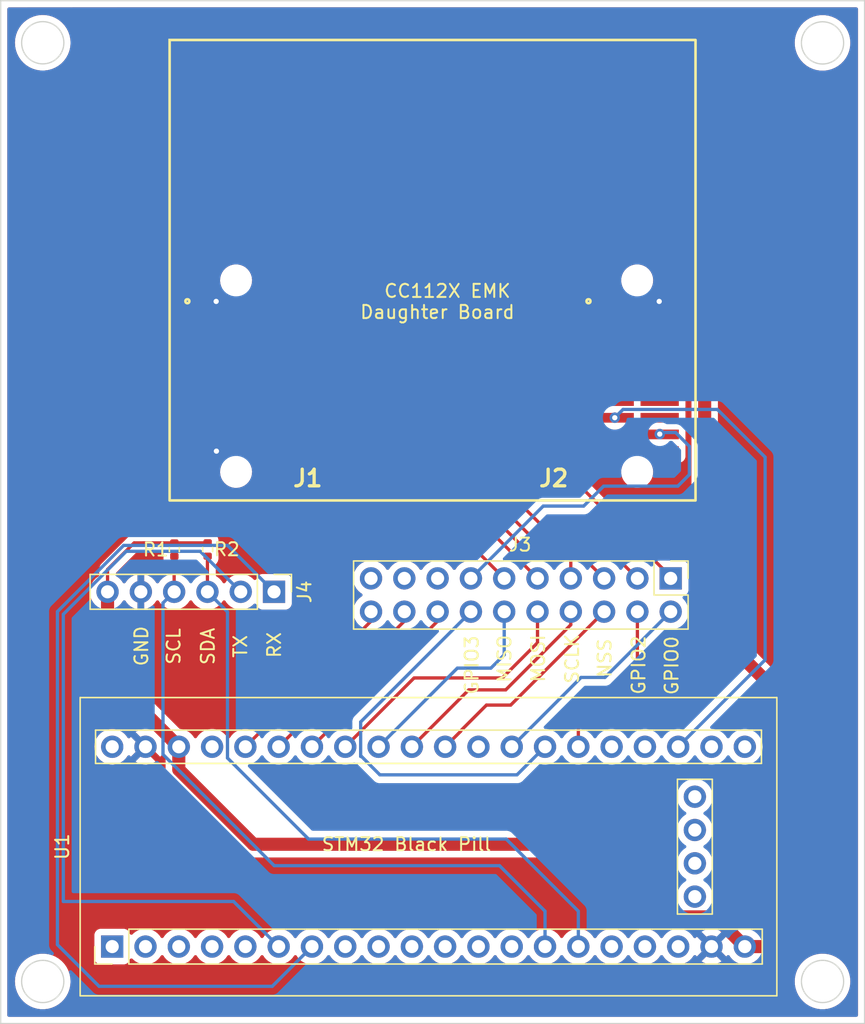
<source format=kicad_pcb>
(kicad_pcb (version 20211014) (generator pcbnew)
  (title_block (comment 4 "PCBWay Project ID: f1499953-9056-4071-9fa2-caf1704b4470"))
  (layers (0 "F.Cu" signal) (31 "B.Cu" signal) (34 "B.Paste" user) (35 "F.Paste" user) (36 "B.SilkS" user "B.Silkscreen") (37 "F.SilkS" user "F.Silkscreen") (38 "B.Mask" user) (39 "F.Mask" user) (44 "Edge.Cuts" user))
  (net 0 "")
  (net 1 "GND")
  (net 10 "GPIO0")
  (net 12 "GPIO2")
  (net 14 "NSS")
  (net 16 "SCLK")
  (net 18 "MOSI")
  (net 19 "MISO")
  (net 21 "NRST")
  (net 28 "GPIO3")
  (net 51 "MCU_VCC")
  (net 60 "Net-(J1-Pad10)")
  (net 61 "Net-(J1-Pad12)")
  (net 62 "Net-(J1-Pad14)")
  (net 63 "Net-(J1-Pad16)")
  (net 64 "Net-(J1-Pad18)")
  (net 65 "Net-(J1-Pad20)")
  (net 66 "Net-(J2-Pad18)")
  (net 72 "GPIO_OUT_1")
  (net 73 "GPIO_OUT_2")
  (net 74 "GPIO_OUT_3")
  (net 76 "RX")
  (net 77 "TX")
  (net 78 "SDA")
  (net 79 "SCL")
  (footprint "Kicad-STM32:YAAJ_WeAct_BlackPill_SWD_2" (layer "F.Cu") (at 90.58 135.06 90)
    (fp_text reference "U1" (at 7.62 -3.81 90) (layer "F.SilkS"))
    (fp_text value "YAAJ_WeAct_BlackPill_Part_Like_SWD_Breakout" hide)
    (fp_line (start 18.995 -2.445) (end 18.995 50.705) (layer "F.SilkS") (width 0.12))
    (fp_line (start 16.51 -1.27) (end 16.51 49.53) (layer "F.SilkS") (width 0.12))
    (fp_line (start -1.33 -1.33) (end 0 -1.33) (layer "F.SilkS") (width 0.12))
    (fp_line (start 1.33 49.59) (end -1.33 49.59) (layer "F.SilkS") (width 0.12))
    (fp_line (start 13.97 -1.27) (end 16.51 -1.27) (layer "F.SilkS") (width 0.12))
    (fp_line (start 2.482 45.779) (end 12.762 45.779) (layer "F.SilkS") (width 0.12))
    (fp_line (start 18.995 50.705) (end -3.755 50.705) (layer "F.SilkS") (width 0.12))
    (fp_line (start 13.97 49.53) (end 13.97 -1.27) (layer "F.SilkS") (width 0.12))
    (fp_line (start -3.755 50.705) (end -3.755 -2.445) (layer "F.SilkS") (width 0.12))
    (fp_line (start -1.33 1.27) (end 1.33 1.27) (layer "F.SilkS") (width 0.12))
    (fp_line (start 12.762 43.119) (end 2.482 43.119) (layer "F.SilkS") (width 0.12))
    (fp_line (start -1.33 49.59) (end -1.33 1.27) (layer "F.SilkS") (width 0.12))
    (fp_line (start -1.33 0) (end -1.33 -1.33) (layer "F.SilkS") (width 0.12))
    (fp_line (start 16.51 49.53) (end 13.97 49.53) (layer "F.SilkS") (width 0.12))
    (fp_line (start 12.762 45.779) (end 12.762 43.119) (layer "F.SilkS") (width 0.12))
    (fp_line (start 1.33 1.27) (end 1.33 49.59) (layer "F.SilkS") (width 0.12))
    (fp_line (start 2.482 43.119) (end 2.482 45.779) (layer "F.SilkS") (width 0.12))
    (fp_line (start -3.755 -2.445) (end 18.995 -2.445) (layer "F.SilkS") (width 0.12))
    (pad "1" thru_hole rect locked (at 0 0 90) (size 1.7 1.7) (drill 1) (layers *.Cu *.Mask))
    (pad "2" thru_hole circle locked (at 0 2.54 90) (size 1.7 1.7) (drill 1) (layers *.Cu *.Mask))
    (pad "3" thru_hole circle locked (at 0 5.08 90) (size 1.7 1.7) (drill 1) (layers *.Cu *.Mask))
    (pad "4" thru_hole circle locked (at 0 7.62 90) (size 1.7 1.7) (drill 1) (layers *.Cu *.Mask))
    (pad "5" thru_hole circle locked (at 0 10.16 90) (size 1.7 1.7) (drill 1) (layers *.Cu *.Mask))
    (pad "6" thru_hole circle locked (at 0 12.7 90) (size 1.7 1.7) (drill 1) (layers *.Cu *.Mask) (net 77 "TX"))
    (pad "7" thru_hole circle locked (at 0 15.24 90) (size 1.7 1.7) (drill 1) (layers *.Cu *.Mask) (net 76 "RX"))
    (pad "8" thru_hole circle locked (at 0 17.78 90) (size 1.7 1.7) (drill 1) (layers *.Cu *.Mask))
    (pad "9" thru_hole circle locked (at 0 20.32 90) (size 1.7 1.7) (drill 1) (layers *.Cu *.Mask))
    (pad "10" thru_hole circle locked (at 0 22.86 90) (size 1.7 1.7) (drill 1) (layers *.Cu *.Mask))
    (pad "11" thru_hole circle locked (at 0 25.4 90) (size 1.7 1.7) (drill 1) (layers *.Cu *.Mask))
    (pad "12" thru_hole circle locked (at 0 27.94 90) (size 1.7 1.7) (drill 1) (layers *.Cu *.Mask))
    (pad "13" thru_hole circle locked (at 0 30.48 90) (size 1.7 1.7) (drill 1) (layers *.Cu *.Mask))
    (pad "14" thru_hole circle locked (at 0 33.02 90) (size 1.7 1.7) (drill 1) (layers *.Cu *.Mask) (net 79 "SCL"))
    (pad "15" thru_hole circle locked (at 0 35.56 90) (size 1.7 1.7) (drill 1) (layers *.Cu *.Mask) (net 78 "SDA"))
    (pad "16" thru_hole circle locked (at 0 38.1 90) (size 1.7 1.7) (drill 1) (layers *.Cu *.Mask))
    (pad "17" thru_hole circle locked (at 0 40.64 90) (size 1.7 1.7) (drill 1) (layers *.Cu *.Mask))
    (pad "18" thru_hole circle locked (at 0 43.18 90) (size 1.7 1.7) (drill 1) (layers *.Cu *.Mask))
    (pad "19" thru_hole circle locked (at 0 45.72 90) (size 1.7 1.7) (drill 1) (layers *.Cu *.Mask) (net 1 "GND"))
    (pad "20" thru_hole circle locked (at 0 48.26 90) (size 1.7 1.7) (drill 1) (layers *.Cu *.Mask) (net 51 "MCU_VCC"))
    (pad "21" thru_hole circle locked (at 15.24 48.26 90) (size 1.7 1.7) (drill 1) (layers *.Cu *.Mask))
    (pad "22" thru_hole circle locked (at 15.24 45.72 90) (size 1.7 1.7) (drill 1) (layers *.Cu *.Mask))
    (pad "23" thru_hole circle locked (at 15.24 43.18 90) (size 1.7 1.7) (drill 1) (layers *.Cu *.Mask) (net 21 "NRST"))
    (pad "24" thru_hole circle locked (at 15.24 40.64 90) (size 1.7 1.7) (drill 1) (layers *.Cu *.Mask))
    (pad "25" thru_hole circle locked (at 15.24 38.1 90) (size 1.7 1.7) (drill 1) (layers *.Cu *.Mask))
    (pad "26" thru_hole circle locked (at 15.24 35.56 90) (size 1.7 1.7) (drill 1) (layers *.Cu *.Mask) (net 12 "GPIO2"))
    (pad "27" thru_hole circle locked (at 15.24 33.02 90) (size 1.7 1.7) (drill 1) (layers *.Cu *.Mask) (net 28 "GPIO3"))
    (pad "28" thru_hole circle locked (at 15.24 30.48 90) (size 1.7 1.7) (drill 1) (layers *.Cu *.Mask) (net 10 "GPIO0"))
    (pad "29" thru_hole circle locked (at 15.24 27.94 90) (size 1.7 1.7) (drill 1) (layers *.Cu *.Mask))
    (pad "30" thru_hole circle locked (at 15.24 25.4 90) (size 1.7 1.7) (drill 1) (layers *.Cu *.Mask) (net 14 "NSS"))
    (pad "31" thru_hole circle locked (at 15.24 22.86 90) (size 1.7 1.7) (drill 1) (layers *.Cu *.Mask) (net 16 "SCLK"))
    (pad "32" thru_hole circle locked (at 15.24 20.32 90) (size 1.7 1.7) (drill 1) (layers *.Cu *.Mask) (net 19 "MISO"))
    (pad "33" thru_hole circle locked (at 15.24 17.78 90) (size 1.7 1.7) (drill 1) (layers *.Cu *.Mask) (net 18 "MOSI"))
    (pad "34" thru_hole circle locked (at 15.24 15.24 90) (size 1.7 1.7) (drill 1) (layers *.Cu *.Mask) (net 74 "GPIO_OUT_3"))
    (pad "35" thru_hole circle locked (at 15.24 12.7 90) (size 1.7 1.7) (drill 1) (layers *.Cu *.Mask) (net 73 "GPIO_OUT_2"))
    (pad "36" thru_hole circle locked (at 15.24 10.16 90) (size 1.7 1.7) (drill 1) (layers *.Cu *.Mask) (net 72 "GPIO_OUT_1"))
    (pad "37" thru_hole circle locked (at 15.24 7.62 90) (size 1.7 1.7) (drill 1) (layers *.Cu *.Mask))
    (pad "38" thru_hole circle locked (at 15.24 5.08 90) (size 1.7 1.7) (drill 1) (layers *.Cu *.Mask) (net 51 "MCU_VCC"))
    (pad "39" thru_hole circle locked (at 15.24 2.54 90) (size 1.7 1.7) (drill 1) (layers *.Cu *.Mask) (net 1 "GND"))
    (pad "40" thru_hole circle locked (at 15.24 0 90) (size 1.7 1.7) (drill 1) (layers *.Cu *.Mask))
    (pad "41" thru_hole circle locked (at 11.432 44.449 90) (size 1.7 1.7) (drill 1) (layers *.Cu *.Mask))
    (pad "42" thru_hole circle locked (at 8.892 44.449 90) (size 1.7 1.7) (drill 1) (layers *.Cu *.Mask))
    (pad "43" thru_hole circle locked (at 6.352 44.449 90) (size 1.7 1.7) (drill 1) (layers *.Cu *.Mask))
    (pad "44" thru_hole circle locked (at 3.812 44.449 90) (size 1.7 1.7) (drill 1) (layers *.Cu *.Mask))
  )
  (footprint "Connector_PinHeader_2.54mm:PinHeader_2x10_P2.54mm_Vertical" (layer "F.Cu") (at 133.185 106.975 -90)
    (fp_text reference "J3" (at -2.565 11.485 180) (layer "F.SilkS"))
    (fp_text value "Jumper Block")
    (fp_line (start 1.27 -1.33) (end 3.87 -1.33) (layer "F.SilkS") (width 0.12))
    (fp_line (start -1.33 1.27) (end 1.27 1.27) (layer "F.SilkS") (width 0.12))
    (fp_line (start 3.87 -1.33) (end 3.87 24.19) (layer "F.SilkS") (width 0.12))
    (fp_line (start -1.33 1.27) (end -1.33 24.19) (layer "F.SilkS") (width 0.12))
    (fp_line (start 1.27 1.27) (end 1.27 -1.33) (layer "F.SilkS") (width 0.12))
    (fp_line (start -1.33 0) (end -1.33 -1.33) (layer "F.SilkS") (width 0.12))
    (fp_line (start -1.33 24.19) (end 3.87 24.19) (layer "F.SilkS") (width 0.12))
    (fp_line (start -1.33 -1.33) (end 0 -1.33) (layer "F.SilkS") (width 0.12))
    (pad "1" thru_hole rect (at 0 0 270) (size 1.7 1.7) (drill 1) (layers *.Cu *.Mask) (net 60 "Net-(J1-Pad10)"))
    (pad "2" thru_hole oval (at 2.54 0 270) (size 1.7 1.7) (drill 1) (layers *.Cu *.Mask) (net 10 "GPIO0"))
    (pad "3" thru_hole oval (at 0 2.54 270) (size 1.7 1.7) (drill 1) (layers *.Cu *.Mask) (net 61 "Net-(J1-Pad12)"))
    (pad "4" thru_hole oval (at 2.54 2.54 270) (size 1.7 1.7) (drill 1) (layers *.Cu *.Mask) (net 12 "GPIO2"))
    (pad "5" thru_hole oval (at 0 5.08 270) (size 1.7 1.7) (drill 1) (layers *.Cu *.Mask) (net 62 "Net-(J1-Pad14)"))
    (pad "6" thru_hole oval (at 2.54 5.08 270) (size 1.7 1.7) (drill 1) (layers *.Cu *.Mask) (net 14 "NSS"))
    (pad "7" thru_hole oval (at 0 7.62 270) (size 1.7 1.7) (drill 1) (layers *.Cu *.Mask) (net 63 "Net-(J1-Pad16)"))
    (pad "8" thru_hole oval (at 2.54 7.62 270) (size 1.7 1.7) (drill 1) (layers *.Cu *.Mask) (net 16 "SCLK"))
    (pad "9" thru_hole oval (at 0 10.16 270) (size 1.7 1.7) (drill 1) (layers *.Cu *.Mask) (net 64 "Net-(J1-Pad18)"))
    (pad "10" thru_hole oval (at 2.54 10.16 270) (size 1.7 1.7) (drill 1) (layers *.Cu *.Mask) (net 18 "MOSI"))
    (pad "11" thru_hole oval (at 0 12.7 270) (size 1.7 1.7) (drill 1) (layers *.Cu *.Mask) (net 65 "Net-(J1-Pad20)"))
    (pad "12" thru_hole oval (at 2.54 12.7 270) (size 1.7 1.7) (drill 1) (layers *.Cu *.Mask) (net 19 "MISO"))
    (pad "13" thru_hole oval (at 0 15.24 270) (size 1.7 1.7) (drill 1) (layers *.Cu *.Mask) (net 66 "Net-(J2-Pad18)"))
    (pad "14" thru_hole oval (at 2.54 15.24 270) (size 1.7 1.7) (drill 1) (layers *.Cu *.Mask) (net 28 "GPIO3"))
    (pad "15" thru_hole oval (at 0 17.78 270) (size 1.7 1.7) (drill 1) (layers *.Cu *.Mask))
    (pad "16" thru_hole oval (at 2.54 17.78 270) (size 1.7 1.7) (drill 1) (layers *.Cu *.Mask) (net 74 "GPIO_OUT_3"))
    (pad "17" thru_hole oval (at 0 20.32 270) (size 1.7 1.7) (drill 1) (layers *.Cu *.Mask))
    (pad "18" thru_hole oval (at 2.54 20.32 270) (size 1.7 1.7) (drill 1) (layers *.Cu *.Mask) (net 73 "GPIO_OUT_2"))
    (pad "19" thru_hole oval (at 0 22.86 270) (size 1.7 1.7) (drill 1) (layers *.Cu *.Mask))
    (pad "20" thru_hole oval (at 2.54 22.86 270) (size 1.7 1.7) (drill 1) (layers *.Cu *.Mask) (net 72 "GPIO_OUT_1"))
  )
  (footprint "Connector_PinHeader_2.54mm:PinHeader_1x06_P2.54mm_Vertical" (layer "F.Cu") (at 102.925 108 -90)
    (fp_text reference "J4" (at 0 -2.33 -90) (layer "F.SilkS"))
    (fp_text value "Conn_01x06")
    (fp_line (start -1.33 1.27) (end 1.33 1.27) (layer "F.SilkS") (width 0.12))
    (fp_line (start -1.33 0) (end -1.33 -1.33) (layer "F.SilkS") (width 0.12))
    (fp_line (start -1.33 1.27) (end -1.33 14.03) (layer "F.SilkS") (width 0.12))
    (fp_line (start -1.33 -1.33) (end 0 -1.33) (layer "F.SilkS") (width 0.12))
    (fp_line (start 1.33 1.27) (end 1.33 14.03) (layer "F.SilkS") (width 0.12))
    (fp_line (start -1.33 14.03) (end 1.33 14.03) (layer "F.SilkS") (width 0.12))
    (pad "1" thru_hole rect (at 0 0 270) (size 1.7 1.7) (drill 1) (layers *.Cu *.Mask) (net 76 "RX"))
    (pad "2" thru_hole oval (at 0 2.54 270) (size 1.7 1.7) (drill 1) (layers *.Cu *.Mask) (net 77 "TX"))
    (pad "3" thru_hole oval (at 0 5.08 270) (size 1.7 1.7) (drill 1) (layers *.Cu *.Mask) (net 78 "SDA"))
    (pad "4" thru_hole oval (at 0 7.62 270) (size 1.7 1.7) (drill 1) (layers *.Cu *.Mask) (net 79 "SCL"))
    (pad "5" thru_hole oval (at 0 10.16 270) (size 1.7 1.7) (drill 1) (layers *.Cu *.Mask) (net 1 "GND"))
    (pad "6" thru_hole oval (at 0 12.7 270) (size 1.7 1.7) (drill 1) (layers *.Cu *.Mask) (net 51 "MCU_VCC"))
  )
  (footprint "SamacSys_Parts:TFM-110-02-XXX-D-A-Y-TR" (layer "F.Cu") (at 100.03 91.55 -90)
    (fp_text reference "J1" (at 7.79 -5.47 180) (layer "F.SilkS") (effects (font (size 1.27 1.27) (thickness 0.254))))
    (fp_text value "TFM-110-02-SM-D-A-K-TR" hide)
    (fp_circle (center -5.715 3.715) (end -5.715 3.765) (layer "F.SilkS") (width 0.2) (fill none))
    (pad "" np_thru_hole circle locked (at 7.305 0 270) (size 1.42 1.42) (drill 1.42) (layers *.Cu *.Mask))
    (pad "" np_thru_hole circle locked (at -7.305 0 270) (size 1.42 1.42) (drill 1.42) (layers *.Cu *.Mask))
    (pad "1" smd rect locked (at -5.715 1.715 270) (size 0.74 2.92) (layers "F.Cu" "F.Paste" "F.Mask") (net 1 "GND"))
    (pad "2" smd rect locked (at -5.715 -1.715 270) (size 0.74 2.92) (layers "F.Cu" "F.Paste" "F.Mask"))
    (pad "3" smd rect locked (at -4.445 1.715 270) (size 0.74 2.92) (layers "F.Cu" "F.Paste" "F.Mask"))
    (pad "4" smd rect locked (at -4.445 -1.715 270) (size 0.74 2.92) (layers "F.Cu" "F.Paste" "F.Mask"))
    (pad "5" smd rect locked (at -3.175 1.715 270) (size 0.74 2.92) (layers "F.Cu" "F.Paste" "F.Mask"))
    (pad "6" smd rect locked (at -3.175 -1.715 270) (size 0.74 2.92) (layers "F.Cu" "F.Paste" "F.Mask"))
    (pad "7" smd rect locked (at -1.905 1.715 270) (size 0.74 2.92) (layers "F.Cu" "F.Paste" "F.Mask"))
    (pad "8" smd rect locked (at -1.905 -1.715 270) (size 0.74 2.92) (layers "F.Cu" "F.Paste" "F.Mask"))
    (pad "9" smd rect locked (at -0.635 1.715 270) (size 0.74 2.92) (layers "F.Cu" "F.Paste" "F.Mask"))
    (pad "10" smd rect locked (at -0.635 -1.715 270) (size 0.74 2.92) (layers "F.Cu" "F.Paste" "F.Mask") (net 60 "Net-(J1-Pad10)"))
    (pad "11" smd rect locked (at 0.635 1.715 270) (size 0.74 2.92) (layers "F.Cu" "F.Paste" "F.Mask"))
    (pad "12" smd rect locked (at 0.635 -1.715 270) (size 0.74 2.92) (layers "F.Cu" "F.Paste" "F.Mask") (net 61 "Net-(J1-Pad12)"))
    (pad "13" smd rect locked (at 1.905 1.715 270) (size 0.74 2.92) (layers "F.Cu" "F.Paste" "F.Mask"))
    (pad "14" smd rect locked (at 1.905 -1.715 270) (size 0.74 2.92) (layers "F.Cu" "F.Paste" "F.Mask") (net 62 "Net-(J1-Pad14)"))
    (pad "15" smd rect locked (at 3.175 1.715 270) (size 0.74 2.92) (layers "F.Cu" "F.Paste" "F.Mask"))
    (pad "16" smd rect locked (at 3.175 -1.715 270) (size 0.74 2.92) (layers "F.Cu" "F.Paste" "F.Mask") (net 63 "Net-(J1-Pad16)"))
    (pad "17" smd rect locked (at 4.445 1.715 270) (size 0.74 2.92) (layers "F.Cu" "F.Paste" "F.Mask"))
    (pad "18" smd rect locked (at 4.445 -1.715 270) (size 0.74 2.92) (layers "F.Cu" "F.Paste" "F.Mask") (net 64 "Net-(J1-Pad18)"))
    (pad "19" smd rect locked (at 5.715 1.715 270) (size 0.74 2.92) (layers "F.Cu" "F.Paste" "F.Mask") (net 1 "GND"))
    (pad "20" smd rect locked (at 5.715 -1.715 270) (size 0.74 2.92) (layers "F.Cu" "F.Paste" "F.Mask") (net 65 "Net-(J1-Pad20)"))
  )
  (footprint "SamacSys_Parts:TFM-110-02-XXX-D-A-Y-TR" (layer "F.Cu") (at 130.63 91.55 -90)
    (fp_text reference "J2" (at 7.79 6.37 180) (layer "F.SilkS") (effects (font (size 1.27 1.27) (thickness 0.254))))
    (fp_text value "TFM-110-02-SM-D-A-K-TR" hide)
    (fp_circle (center -5.715 3.715) (end -5.715 3.765) (layer "F.SilkS") (width 0.2) (fill none))
    (pad "" np_thru_hole circle locked (at -7.305 0 270) (size 1.42 1.42) (drill 1.42) (layers *.Cu *.Mask))
    (pad "" np_thru_hole circle locked (at 7.305 0 270) (size 1.42 1.42) (drill 1.42) (layers *.Cu *.Mask))
    (pad "1" smd rect locked (at -5.715 1.715 270) (size 0.74 2.92) (layers "F.Cu" "F.Paste" "F.Mask"))
    (pad "2" smd rect locked (at -5.715 -1.715 270) (size 0.74 2.92) (layers "F.Cu" "F.Paste" "F.Mask") (net 1 "GND"))
    (pad "3" smd rect locked (at -4.445 1.715 270) (size 0.74 2.92) (layers "F.Cu" "F.Paste" "F.Mask"))
    (pad "4" smd rect locked (at -4.445 -1.715 270) (size 0.74 2.92) (layers "F.Cu" "F.Paste" "F.Mask"))
    (pad "5" smd rect locked (at -3.175 1.715 270) (size 0.74 2.92) (layers "F.Cu" "F.Paste" "F.Mask"))
    (pad "6" smd rect locked (at -3.175 -1.715 270) (size 0.74 2.92) (layers "F.Cu" "F.Paste" "F.Mask"))
    (pad "7" smd rect locked (at -1.905 1.715 270) (size 0.74 2.92) (layers "F.Cu" "F.Paste" "F.Mask"))
    (pad "8" smd rect locked (at -1.905 -1.715 270) (size 0.74 2.92) (layers "F.Cu" "F.Paste" "F.Mask"))
    (pad "9" smd rect locked (at -0.635 1.715 270) (size 0.74 2.92) (layers "F.Cu" "F.Paste" "F.Mask") (net 51 "MCU_VCC"))
    (pad "10" smd rect locked (at -0.635 -1.715 270) (size 0.74 2.92) (layers "F.Cu" "F.Paste" "F.Mask"))
    (pad "11" smd rect locked (at 0.635 1.715 270) (size 0.74 2.92) (layers "F.Cu" "F.Paste" "F.Mask") (net 51 "MCU_VCC"))
    (pad "12" smd rect locked (at 0.635 -1.715 270) (size 0.74 2.92) (layers "F.Cu" "F.Paste" "F.Mask"))
    (pad "13" smd rect locked (at 1.905 1.715 270) (size 0.74 2.92) (layers "F.Cu" "F.Paste" "F.Mask"))
    (pad "14" smd rect locked (at 1.905 -1.715 270) (size 0.74 2.92) (layers "F.Cu" "F.Paste" "F.Mask"))
    (pad "15" smd rect locked (at 3.175 1.715 270) (size 0.74 2.92) (layers "F.Cu" "F.Paste" "F.Mask") (net 21 "NRST"))
    (pad "16" smd rect locked (at 3.175 -1.715 270) (size 0.74 2.92) (layers "F.Cu" "F.Paste" "F.Mask"))
    (pad "17" smd rect locked (at 4.445 1.715 270) (size 0.74 2.92) (layers "F.Cu" "F.Paste" "F.Mask"))
    (pad "18" smd rect locked (at 4.445 -1.715 270) (size 0.74 2.92) (layers "F.Cu" "F.Paste" "F.Mask") (net 66 "Net-(J2-Pad18)"))
    (pad "19" smd rect locked (at 5.715 1.715 270) (size 0.74 2.92) (layers "F.Cu" "F.Paste" "F.Mask"))
    (pad "20" smd rect locked (at 5.715 -1.715 270) (size 0.74 2.92) (layers "F.Cu" "F.Paste" "F.Mask"))
  )
  (footprint "Resistor_SMD:R_0402_1005Metric" (layer "F.Cu") (at 95.32 104.78 90)
    (fp_text reference "R1" (at 0 -1.42) (layer "F.SilkS"))
    (fp_text value "10k")
    (fp_line (start -0.153641 0.38) (end 0.153641 0.38) (layer "F.SilkS") (width 0.12))
    (fp_line (start -0.153641 -0.38) (end 0.153641 -0.38) (layer "F.SilkS") (width 0.12))
    (pad "1" smd roundrect (at -0.51 0 90) (size 0.54 0.64) (layers "F.Cu" "F.Paste" "F.Mask") (net 79 "SCL"))
    (pad "2" smd roundrect (at 0.51 0 90) (size 0.54 0.64) (layers "F.Cu" "F.Paste" "F.Mask") (net 51 "MCU_VCC"))
  )
  (footprint "Resistor_SMD:R_0402_1005Metric" (layer "F.Cu") (at 97.86 104.77 90)
    (fp_text reference "R2" (at 0.01 1.46) (layer "F.SilkS"))
    (fp_text value "10k")
    (fp_line (start -0.153641 0.38) (end 0.153641 0.38) (layer "F.SilkS") (width 0.12))
    (fp_line (start -0.153641 -0.38) (end 0.153641 -0.38) (layer "F.SilkS") (width 0.12))
    (pad "1" smd roundrect (at -0.51 0 90) (size 0.54 0.64) (layers "F.Cu" "F.Paste" "F.Mask") (net 78 "SDA"))
    (pad "2" smd roundrect (at 0.51 0 90) (size 0.54 0.64) (layers "F.Cu" "F.Paste" "F.Mask") (net 51 "MCU_VCC"))
  )
  (gr_rect (start 94.96 65.91) (end 135.08 101.03) (layer "F.SilkS") (width 0.2) (fill none))
  (gr_circle (center 85.281033 66.121033) (end 84.491241 67.52519) (layer "Edge.Cuts") (width 0.1) (fill none))
  (gr_circle (center 144.77 137.718967) (end 143.980208 139.123124) (layer "Edge.Cuts") (width 0.1) (fill none))
  (gr_circle (center 144.768967 66.131033) (end 143.979175 67.53519) (layer "Edge.Cuts") (width 0.1) (fill none))
  (gr_rect (start 82.07 62.91) (end 147.98 140.93) (layer "Edge.Cuts") (width 0.1) (fill none))
  (gr_circle (center 85.28 137.72) (end 84.490208 139.124157) (layer "Edge.Cuts") (width 0.1) (fill none))
  (gr_text "MISO" (at 120.51 113.11 90) (layer "F.SilkS") (effects (font (size 1 1))))
  (gr_text "SCL" (at 95.27 112.16 90) (layer "F.SilkS") (effects (font (size 1 1))))
  (gr_text "MOSI" (at 123.08 113.08 90) (layer "F.SilkS") (effects (font (size 1 1))))
  (gr_text "GPIO0" (at 133.26 113.62 90) (layer "F.SilkS") (effects (font (size 1 1))))
  (gr_text "RX" (at 102.94 112.06 90) (layer "F.SilkS") (effects (font (size 1 1))))
  (gr_text "TX\n" (at 100.36 112.16 90) (layer "F.SilkS") (effects (font (size 1 1))))
  (gr_text "  CC112X EMK\nDaughter Board" (at 115.39 85.86) (layer "F.SilkS") (effects (font (size 1 1))))
  (gr_text "SDA" (at 97.88 112.16 90) (layer "F.SilkS") (effects (font (size 1 1))))
  (gr_text "SCLK" (at 125.67 113.11 90) (layer "F.SilkS") (effects (font (size 1 1))))
  (gr_text "GND\n" (at 92.81 112.14 90) (layer "F.SilkS") (effects (font (size 1 1))))
  (gr_text "NSS" (at 128.15 113.06 90) (layer "F.SilkS") (effects (font (size 1 1))))
  (gr_text "GPIO3" (at 118.01 113.59 90) (layer "F.SilkS") (effects (font (size 1 1))))
  (gr_text "GPIO2" (at 130.74 113.59 90) (layer "F.SilkS") (effects (font (size 1 1))))
  (gr_text "STM32 Black Pill" (at 113.03 127.254) (layer "F.SilkS") (effects (font (size 1 1))))
  (via (at 98.51 85.85) (size 0.8) (drill 0.4) (layers "F.Cu" "B.Cu") (net 1))
  (via (at 132.31 85.85) (size 0.8) (drill 0.4) (layers "F.Cu" "B.Cu") (net 1))
  (via (at 98.53 97.27) (size 0.8) (drill 0.4) (layers "F.Cu" "B.Cu") (net 1))
  (segment (start 121.06 119.82) (end 126.35 114.53) (width 0.25) (layer "B.Cu") (net 10))
  (segment (start 128.17 114.53) (end 133.185 109.515) (width 0.25) (layer "B.Cu") (net 10))
  (segment (start 126.35 114.53) (end 128.17 114.53) (width 0.25) (layer "B.Cu") (net 10))
  (segment (start 130.645 113.615) (end 130.645 109.515) (width 0.25) (layer "F.Cu") (net 12))
  (segment (start 126.14 118.12) (end 130.645 113.615) (width 0.25) (layer "F.Cu") (net 12))
  (segment (start 126.14 119.82) (end 126.14 118.12) (width 0.25) (layer "F.Cu") (net 12))
  (segment (start 119.13 116.64) (end 120.98 116.64) (width 0.25) (layer "F.Cu") (net 14))
  (segment (start 117.154511 118.615489) (end 119.13 116.64) (width 0.25) (layer "F.Cu") (net 14))
  (segment (start 115.98 119.82) (end 117.154511 118.645489) (width 0.25) (layer "F.Cu") (net 14))
  (segment (start 117.154511 118.645489) (end 117.154511 118.615489) (width 0.25) (layer "F.Cu") (net 14))
  (segment (start 120.98 116.64) (end 128.105 109.515) (width 0.25) (layer "F.Cu") (net 14))
  (segment (start 120.6 115.48) (end 125.565 110.515) (width 0.25) (layer "F.Cu") (net 16))
  (segment (start 125.565 110.515) (end 125.565 109.515) (width 0.25) (layer "F.Cu") (net 16))
  (segment (start 113.44 119.82) (end 117.78 115.48) (width 0.25) (layer "F.Cu") (net 16))
  (segment (start 117.78 115.48) (end 120.6 115.48) (width 0.25) (layer "F.Cu") (net 16))
  (segment (start 123.025 111.885) (end 123.025 109.515) (width 0.25) (layer "F.Cu") (net 18))
  (segment (start 120.34 114.57) (end 123.025 111.885) (width 0.25) (layer "F.Cu") (net 18))
  (segment (start 108.36 119.82) (end 113.61 114.57) (width 0.25) (layer "F.Cu") (net 18))
  (segment (start 113.61 114.57) (end 120.34 114.57) (width 0.25) (layer "F.Cu") (net 18))
  (segment (start 120.485 112.805) (end 120.485 109.515) (width 0.25) (layer "B.Cu") (net 19))
  (segment (start 119.47 113.82) (end 120.485 112.805) (width 0.25) (layer "B.Cu") (net 19))
  (segment (start 110.9 119.82) (end 112.074511 118.645489) (width 0.25) (layer "B.Cu") (net 19))
  (segment (start 112.084511 118.645489) (end 116.91 113.82) (width 0.25) (layer "B.Cu") (net 19))
  (segment (start 112.074511 118.645489) (end 112.084511 118.645489) (width 0.25) (layer "B.Cu") (net 19))
  (segment (start 116.91 113.82) (end 119.47 113.82) (width 0.25) (layer "B.Cu") (net 19))
  (via (at 128.92 94.72) (size 0.8) (drill 0.4) (layers "F.Cu" "B.Cu") (net 21))
  (segment (start 140.39 97.73) (end 136.75 94.09) (width 0.25) (layer "B.Cu") (net 21))
  (segment (start 129.55 94.09) (end 128.92 94.72) (width 0.25) (layer "B.Cu") (net 21))
  (segment (start 133.76 119.82) (end 140.39 113.19) (width 0.25) (layer "B.Cu") (net 21))
  (segment (start 136.75 94.09) (end 129.55 94.09) (width 0.25) (layer "B.Cu") (net 21))
  (segment (start 140.39 113.19) (end 140.39 97.73) (width 0.25) (layer "B.Cu") (net 21))
  (segment (start 109.534511 120.555489) (end 109.595489 120.555489) (width 0.25) (layer "B.Cu") (net 28))
  (segment (start 121.46 121.96) (end 111 121.96) (width 0.25) (layer "B.Cu") (net 28))
  (segment (start 109.534511 117.925489) (end 117.945 109.515) (width 0.25) (layer "B.Cu") (net 28))
  (segment (start 109.595489 120.555489) (end 111 121.96) (width 0.25) (layer "B.Cu") (net 28))
  (segment (start 109.534511 120.555489) (end 109.534511 117.925489) (width 0.25) (layer "B.Cu") (net 28))
  (segment (start 123.6 119.82) (end 121.46 121.96) (width 0.25) (layer "B.Cu") (net 28))
  (segment (start 135.78 110.126) (end 141.986 116.332) (width 1) (layer "F.Cu") (net 51))
  (segment (start 133.559511 132.797511) (end 131.666 130.904) (width 1) (layer "F.Cu") (net 51))
  (segment (start 124.59 82.23) (end 125.43 81.39) (width 1) (layer "F.Cu") (net 51))
  (segment (start 128.915 90.915) (end 128.915 92.185) (width 1) (layer "F.Cu") (net 51))
  (segment (start 97.85 104.27) (end 97.86 104.26) (width 0.25) (layer "F.Cu") (net 51))
  (segment (start 126.925 90.915) (end 124.59 88.58) (width 1) (layer "F.Cu") (net 51))
  (segment (start 95.32 104.27) (end 92.96 104.27) (width 0.25) (layer "F.Cu") (net 51))
  (segment (start 126.925 90.915) (end 126.925 91.735) (width 1) (layer "F.Cu") (net 51))
  (segment (start 131.666 130.904) (end 128.016 127.254) (width 1) (layer "F.Cu") (net 51))
  (segment (start 95.66 121.568) (end 95.66 119.82) (width 1) (layer "F.Cu") (net 51))
  (segment (start 125.43 81.39) (end 134.9 81.39) (width 1) (layer "F.Cu") (net 51))
  (segment (start 136.577511 132.797511) (end 133.559511 132.797511) (width 1) (layer "F.Cu") (net 51))
  (segment (start 92.25 104.27) (end 90.225 106.295) (width 0.25) (layer "F.Cu") (net 51))
  (segment (start 135.78 82.38) (end 135.78 110.126) (width 1) (layer "F.Cu") (net 51))
  (segment (start 90.225 114.385) (end 90.225 108) (width 1) (layer "F.Cu") (net 51))
  (segment (start 95.66 119.82) (end 90.225 114.385) (width 1) (layer "F.Cu") (net 51))
  (segment (start 135.835 82.325) (end 135.78 82.38) (width 1) (layer "F.Cu") (net 51))
  (segment (start 95.32 104.27) (end 97.85 104.27) (width 0.25) (layer "F.Cu") (net 51))
  (segment (start 124.59 88.58) (end 124.59 82.23) (width 1) (layer "F.Cu") (net 51))
  (segment (start 141.986 133.858) (end 140.784 135.06) (width 1) (layer "F.Cu") (net 51))
  (segment (start 126.925 90.915) (end 128.915 90.915) (width 1) (layer "F.Cu") (net 51))
  (segment (start 140.784 135.06) (end 138.84 135.06) (width 1) (layer "F.Cu") (net 51))
  (segment (start 92.96 104.27) (end 92.25 104.27) (width 0.25) (layer "F.Cu") (net 51))
  (segment (start 138.84 135.06) (end 136.577511 132.797511) (width 1) (layer "F.Cu") (net 51))
  (segment (start 141.986 116.332) (end 141.986 133.858) (width 1) (layer "F.Cu") (net 51))
  (segment (start 134.9 81.39) (end 135.835 82.325) (width 1) (layer "F.Cu") (net 51))
  (segment (start 90.225 106.295) (end 90.225 108) (width 0.25) (layer "F.Cu") (net 51))
  (segment (start 101.346 127.254) (end 95.66 121.568) (width 1) (layer "F.Cu") (net 51))
  (segment (start 128.016 127.254) (end 101.346 127.254) (width 1) (layer "F.Cu") (net 51))
  (segment (start 127.375 92.185) (end 128.915 92.185) (width 1) (layer "F.Cu") (net 51))
  (segment (start 126.925 91.735) (end 127.375 92.185) (width 1) (layer "F.Cu") (net 51))
  (segment (start 133.185 106.845) (end 126.71 100.37) (width 0.25) (layer "F.Cu") (net 60))
  (segment (start 133.185 106.975) (end 133.185 106.845) (width 0.25) (layer "F.Cu") (net 60))
  (segment (start 115.34 92.82) (end 115.34 92.74) (width 0.25) (layer "F.Cu") (net 60))
  (segment (start 115.34 92.74) (end 113.515 90.915) (width 0.25) (layer "F.Cu") (net 60))
  (segment (start 126.71 100.37) (end 122.89 100.37) (width 0.25) (layer "F.Cu") (net 60))
  (segment (start 113.515 90.915) (end 101.745 90.915) (width 0.25) (layer "F.Cu") (net 60))
  (segment (start 122.89 100.37) (end 115.34 92.82) (width 0.25) (layer "F.Cu") (net 60))
  (segment (start 126.45 102.8) (end 123.21 102.8) (width 0.25) (layer "F.Cu") (net 61))
  (segment (start 112.595 92.185) (end 101.745 92.185) (width 0.25) (layer "F.Cu") (net 61))
  (segment (start 129.470489 105.800489) (end 129.450489 105.800489) (width 0.25) (layer "F.Cu") (net 61))
  (segment (start 130.645 106.975) (end 129.470489 105.800489) (width 0.25) (layer "F.Cu") (net 61))
  (segment (start 129.450489 105.800489) (end 126.45 102.8) (width 0.25) (layer "F.Cu") (net 61))
  (segment (start 123.21 102.8) (end 112.595 92.185) (width 0.25) (layer "F.Cu") (net 61))
  (segment (start 112.205 93.455) (end 101.745 93.455) (width 0.25) (layer "F.Cu") (net 62))
  (segment (start 128.105 106.975) (end 124.67 103.54) (width 0.25) (layer "F.Cu") (net 62))
  (segment (start 122.29 103.54) (end 112.205 93.455) (width 0.25) (layer "F.Cu") (net 62))
  (segment (start 124.67 103.54) (end 122.29 103.54) (width 0.25) (layer "F.Cu") (net 62))
  (segment (start 121.73 104.4) (end 112.055 94.725) (width 0.25) (layer "F.Cu") (net 63))
  (segment (start 112.055 94.725) (end 101.745 94.725) (width 0.25) (layer "F.Cu") (net 63))
  (segment (start 125.565 106.975) (end 125.565 105.225) (width 0.25) (layer "F.Cu") (net 63))
  (segment (start 125.565 105.225) (end 124.74 104.4) (width 0.25) (layer "F.Cu") (net 63))
  (segment (start 124.74 104.4) (end 121.73 104.4) (width 0.25) (layer "F.Cu") (net 63))
  (segment (start 123.025 106.975) (end 112.045 95.995) (width 0.25) (layer "F.Cu") (net 64))
  (segment (start 112.045 95.995) (end 101.745 95.995) (width 0.25) (layer "F.Cu") (net 64))
  (segment (start 120.485 106.975) (end 110.775 97.265) (width 0.25) (layer "F.Cu") (net 65))
  (segment (start 110.775 97.265) (end 101.745 97.265) (width 0.25) (layer "F.Cu") (net 65))
  (via (at 132.35 95.97) (size 0.8) (drill 0.4) (layers "F.Cu" "B.Cu") (net 66))
  (segment (start 134.61 99.06) (end 134.61 96.9) (width 0.25) (layer "B.Cu") (net 66))
  (segment (start 134.61 96.9) (end 133.56 95.85) (width 0.25) (layer "B.Cu") (net 66))
  (segment (start 133.56 95.85) (end 132.47 95.85) (width 0.25) (layer "B.Cu") (net 66))
  (segment (start 128.070479 99.939521) (end 133.730479 99.939521) (width 0.25) (layer "B.Cu") (net 66))
  (segment (start 132.47 95.85) (end 132.35 95.97) (width 0.25) (layer "B.Cu") (net 66))
  (segment (start 123.46 101.46) (end 126.55 101.46) (width 0.25) (layer "B.Cu") (net 66))
  (segment (start 126.55 101.46) (end 128.070479 99.939521) (width 0.25) (layer "B.Cu") (net 66))
  (segment (start 117.945 106.975) (end 123.46 101.46) (width 0.25) (layer "B.Cu") (net 66))
  (segment (start 133.730479 99.939521) (end 134.61 99.06) (width 0.25) (layer "B.Cu") (net 66))
  (segment (start 110.325 110.235) (end 110.325 109.515) (width 0.25) (layer "F.Cu") (net 72))
  (segment (start 100.74 119.82) (end 110.325 110.235) (width 0.25) (layer "F.Cu") (net 72))
  (segment (start 103.28 119.82) (end 112.865 110.235) (width 0.25) (layer "F.Cu") (net 73))
  (segment (start 112.865 110.235) (end 112.865 109.515) (width 0.25) (layer "F.Cu") (net 73))
  (segment (start 105.82 119.82) (end 115.405 110.235) (width 0.25) (layer "F.Cu") (net 74))
  (segment (start 115.405 110.235) (end 115.405 109.515) (width 0.25) (layer "F.Cu") (net 74))
  (segment (start 86.40048 134.91048) (end 89.58 138.09) (width 0.25) (layer "B.Cu") (net 76))
  (segment (start 86.40048 109.50952) (end 86.40048 134.91048) (width 0.25) (layer "B.Cu") (net 76))
  (segment (start 102.79 138.09) (end 105.82 135.06) (width 0.25) (layer "B.Cu") (net 76))
  (segment (start 99.38548 104.46048) (end 91.44952 104.46048) (width 0.25) (layer "B.Cu") (net 76))
  (segment (start 102.925 108) (end 99.38548 104.46048) (width 0.25) (layer "B.Cu") (net 76))
  (segment (start 89.58 138.09) (end 102.79 138.09) (width 0.25) (layer "B.Cu") (net 76))
  (segment (start 91.44952 104.46048) (end 86.40048 109.50952) (width 0.25) (layer "B.Cu") (net 76))
  (segment (start 100.385 108) (end 97.295 104.91) (width 0.25) (layer "B.Cu") (net 77))
  (segment (start 103.28 135.06) (end 99.84 131.62) (width 0.25) (layer "B.Cu") (net 77))
  (segment (start 86.85 109.71399) (end 86.85 131.62) (width 0.25) (layer "B.Cu") (net 77))
  (segment (start 97.295 104.91) (end 91.65399 104.91) (width 0.25) (layer "B.Cu") (net 77))
  (segment (start 99.84 131.62) (end 86.85 131.62) (width 0.25) (layer "B.Cu") (net 77))
  (segment (start 91.65399 104.91) (end 86.85 109.71399) (width 0.25) (layer "B.Cu") (net 77))
  (segment (start 97.86 105.28) (end 97.845 105.295) (width 0.25) (layer "F.Cu") (net 78))
  (segment (start 97.845 105.295) (end 97.845 108) (width 0.25) (layer "F.Cu") (net 78))
  (segment (start 126.14 132.36) (end 126.14 135.06) (width 0.25) (layer "B.Cu") (net 78))
  (segment (start 120.64 126.86) (end 126.14 132.36) (width 0.25) (layer "B.Cu") (net 78))
  (segment (start 99.374511 109.529511) (end 99.374511 120.674511) (width 0.25) (layer "B.Cu") (net 78))
  (segment (start 105.56 126.86) (end 120.64 126.86) (width 0.25) (layer "B.Cu") (net 78))
  (segment (start 97.845 108) (end 99.374511 109.529511) (width 0.25) (layer "B.Cu") (net 78))
  (segment (start 99.374511 120.674511) (end 105.56 126.86) (width 0.25) (layer "B.Cu") (net 78))
  (segment (start 95.32 105.29) (end 95.305 105.305) (width 0.25) (layer "F.Cu") (net 79))
  (segment (start 95.305 105.305) (end 95.305 108) (width 0.25) (layer "F.Cu") (net 79))
  (segment (start 120.13 128.89) (end 123.6 132.36) (width 0.25) (layer "B.Cu") (net 79))
  (segment (start 95.305 108) (end 94.455 108.85) (width 0.25) (layer "B.Cu") (net 79))
  (segment (start 94.455 108.85) (end 94.455 120.405) (width 0.25) (layer "B.Cu") (net 79))
  (segment (start 102.94 128.89) (end 120.13 128.89) (width 0.25) (layer "B.Cu") (net 79))
  (segment (start 123.6 132.36) (end 123.6 135.06) (width 0.25) (layer "B.Cu") (net 79))
  (segment (start 94.455 120.405) (end 102.94 128.89) (width 0.25) (layer "B.Cu") (net 79))
  (zone (net 1) (net_name "GND") (layers F&B.Cu) (connect_pads (clearance 0.508)) (min_thickness 0.254) (fill yes (thermal_gap 0.508) (thermal_bridge_width 0.508))
    (polygon (pts (xy 147.84 140.8) (xy 82.37 140.55) (xy 82.545489 63.424772) (xy 147.765489 63.384772)))
  )
)
</source>
